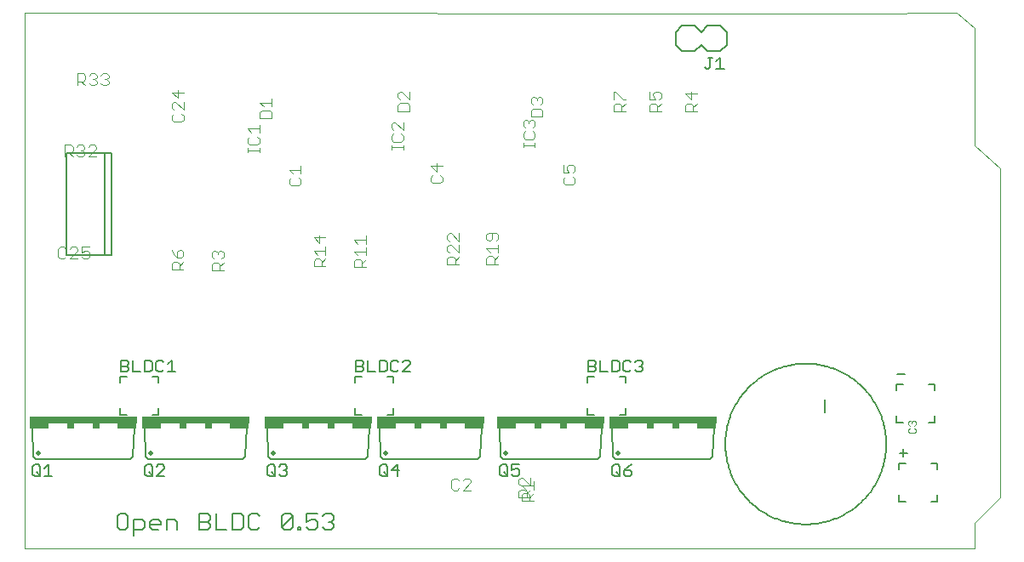
<source format=gto>
G75*
%MOIN*%
%OFA0B0*%
%FSLAX25Y25*%
%IPPOS*%
%LPD*%
%AMOC8*
5,1,8,0,0,1.08239X$1,22.5*
%
%ADD10C,0.00000*%
%ADD11C,0.00600*%
%ADD12C,0.00400*%
%ADD13C,0.00800*%
%ADD14C,0.00300*%
%ADD15C,0.00500*%
%ADD16C,0.02000*%
%ADD17R,0.42000X0.03000*%
%ADD18R,0.07500X0.02000*%
%ADD19R,0.03000X0.02000*%
D10*
X0005000Y0005000D02*
X0005000Y0215000D01*
X0330921Y0214701D01*
X0370000Y0215000D01*
X0377000Y0209000D01*
X0377000Y0163000D01*
X0387000Y0154000D01*
X0387000Y0025000D01*
X0377000Y0015000D01*
X0377000Y0005000D01*
X0005000Y0005000D01*
D11*
X0041300Y0013368D02*
X0042368Y0012300D01*
X0044503Y0012300D01*
X0045570Y0013368D01*
X0045570Y0017638D01*
X0044503Y0018705D01*
X0042368Y0018705D01*
X0041300Y0017638D01*
X0041300Y0013368D01*
X0047745Y0012300D02*
X0050948Y0012300D01*
X0052016Y0013368D01*
X0052016Y0015503D01*
X0050948Y0016570D01*
X0047745Y0016570D01*
X0047745Y0010165D01*
X0054191Y0013368D02*
X0054191Y0015503D01*
X0055259Y0016570D01*
X0057394Y0016570D01*
X0058461Y0015503D01*
X0058461Y0014435D01*
X0054191Y0014435D01*
X0054191Y0013368D02*
X0055259Y0012300D01*
X0057394Y0012300D01*
X0060636Y0012300D02*
X0060636Y0016570D01*
X0063839Y0016570D01*
X0064907Y0015503D01*
X0064907Y0012300D01*
X0073527Y0012300D02*
X0076730Y0012300D01*
X0077798Y0013368D01*
X0077798Y0014435D01*
X0076730Y0015503D01*
X0073527Y0015503D01*
X0073527Y0018705D02*
X0076730Y0018705D01*
X0077798Y0017638D01*
X0077798Y0016570D01*
X0076730Y0015503D01*
X0073527Y0012300D02*
X0073527Y0018705D01*
X0079973Y0018705D02*
X0079973Y0012300D01*
X0084243Y0012300D01*
X0086418Y0012300D02*
X0089621Y0012300D01*
X0090689Y0013368D01*
X0090689Y0017638D01*
X0089621Y0018705D01*
X0086418Y0018705D01*
X0086418Y0012300D01*
X0092864Y0013368D02*
X0093932Y0012300D01*
X0096067Y0012300D01*
X0097134Y0013368D01*
X0092864Y0013368D02*
X0092864Y0017638D01*
X0093932Y0018705D01*
X0096067Y0018705D01*
X0097134Y0017638D01*
X0105755Y0017638D02*
X0105755Y0013368D01*
X0110025Y0017638D01*
X0110025Y0013368D01*
X0108958Y0012300D01*
X0106823Y0012300D01*
X0105755Y0013368D01*
X0112200Y0013368D02*
X0112200Y0012300D01*
X0113268Y0012300D01*
X0113268Y0013368D01*
X0112200Y0013368D01*
X0115423Y0013368D02*
X0116491Y0012300D01*
X0118626Y0012300D01*
X0119694Y0013368D01*
X0119694Y0015503D01*
X0118626Y0016570D01*
X0117558Y0016570D01*
X0115423Y0015503D01*
X0115423Y0018705D01*
X0119694Y0018705D01*
X0121869Y0017638D02*
X0122936Y0018705D01*
X0125071Y0018705D01*
X0126139Y0017638D01*
X0126139Y0016570D01*
X0125071Y0015503D01*
X0126139Y0014435D01*
X0126139Y0013368D01*
X0125071Y0012300D01*
X0122936Y0012300D01*
X0121869Y0013368D01*
X0124004Y0015503D02*
X0125071Y0015503D01*
X0110025Y0017638D02*
X0108958Y0018705D01*
X0106823Y0018705D01*
X0105755Y0017638D01*
X0101500Y0040000D02*
X0100500Y0041000D01*
X0100000Y0052500D01*
X0092000Y0052500D02*
X0091500Y0041000D01*
X0090500Y0040000D01*
X0053500Y0040000D01*
X0052500Y0041000D01*
X0052000Y0052500D01*
X0048000Y0052500D02*
X0047500Y0041000D01*
X0046500Y0040000D01*
X0009500Y0040000D01*
X0008500Y0041000D01*
X0008000Y0052500D01*
X0042500Y0057500D02*
X0042500Y0060000D01*
X0042500Y0057500D02*
X0045000Y0057500D01*
X0055000Y0057500D02*
X0057500Y0057500D01*
X0057500Y0060000D01*
X0057500Y0070000D02*
X0057500Y0072500D01*
X0055000Y0072500D01*
X0045000Y0072500D02*
X0042500Y0072500D01*
X0042500Y0070000D01*
X0101500Y0040000D02*
X0138500Y0040000D01*
X0139500Y0041000D01*
X0140000Y0052500D01*
X0144000Y0052500D02*
X0144500Y0041000D01*
X0145500Y0040000D01*
X0182500Y0040000D01*
X0183500Y0041000D01*
X0184000Y0052500D01*
X0191000Y0052500D02*
X0191500Y0041000D01*
X0192500Y0040000D01*
X0229500Y0040000D01*
X0230500Y0041000D01*
X0231000Y0052500D01*
X0235000Y0052500D02*
X0235500Y0041000D01*
X0236500Y0040000D01*
X0273500Y0040000D01*
X0274500Y0041000D01*
X0275000Y0052500D01*
X0240500Y0057500D02*
X0238000Y0057500D01*
X0240500Y0057500D02*
X0240500Y0060000D01*
X0228000Y0057500D02*
X0225500Y0057500D01*
X0225500Y0060000D01*
X0225500Y0070000D02*
X0225500Y0072500D01*
X0228000Y0072500D01*
X0238000Y0072500D02*
X0240500Y0072500D01*
X0240500Y0070000D01*
X0149500Y0070000D02*
X0149500Y0072500D01*
X0147000Y0072500D01*
X0137000Y0072500D02*
X0134500Y0072500D01*
X0134500Y0070000D01*
X0134500Y0060000D02*
X0134500Y0057500D01*
X0137000Y0057500D01*
X0147000Y0057500D02*
X0149500Y0057500D01*
X0149500Y0060000D01*
X0346500Y0057000D02*
X0346500Y0054500D01*
X0349000Y0054500D01*
X0359000Y0054500D02*
X0361500Y0054500D01*
X0361500Y0057000D01*
X0361500Y0067000D02*
X0361500Y0069500D01*
X0359000Y0069500D01*
X0349000Y0069500D02*
X0346500Y0069500D01*
X0346500Y0067000D01*
X0347500Y0038500D02*
X0350000Y0038500D01*
X0347500Y0038500D02*
X0347500Y0036000D01*
X0360000Y0038500D02*
X0362500Y0038500D01*
X0362500Y0036000D01*
X0362500Y0026000D02*
X0362500Y0023500D01*
X0360000Y0023500D01*
X0350000Y0023500D02*
X0347500Y0023500D01*
X0347500Y0026000D01*
D12*
X0204402Y0026706D02*
X0202868Y0025172D01*
X0203198Y0025138D02*
X0198594Y0025138D01*
X0198594Y0027440D01*
X0199361Y0028207D01*
X0200896Y0028207D01*
X0201663Y0027440D01*
X0201663Y0025138D01*
X0202868Y0025939D02*
X0202100Y0026706D01*
X0200566Y0026706D01*
X0199798Y0025939D01*
X0199798Y0023637D01*
X0204402Y0023637D01*
X0202868Y0023637D02*
X0202868Y0025939D01*
X0201663Y0026672D02*
X0203198Y0028207D01*
X0204402Y0028241D02*
X0204402Y0031310D01*
X0204402Y0029776D02*
X0199798Y0029776D01*
X0201333Y0028241D01*
X0203198Y0029742D02*
X0200128Y0032811D01*
X0199361Y0032811D01*
X0198594Y0032044D01*
X0198594Y0030509D01*
X0199361Y0029742D01*
X0203198Y0029742D02*
X0203198Y0032811D01*
X0179857Y0031686D02*
X0179090Y0032454D01*
X0177555Y0032454D01*
X0176788Y0031686D01*
X0175254Y0031686D02*
X0174486Y0032454D01*
X0172952Y0032454D01*
X0172184Y0031686D01*
X0172184Y0028617D01*
X0172952Y0027850D01*
X0174486Y0027850D01*
X0175254Y0028617D01*
X0176788Y0027850D02*
X0179857Y0030919D01*
X0179857Y0031686D01*
X0179857Y0027850D02*
X0176788Y0027850D01*
X0082977Y0114133D02*
X0078373Y0114133D01*
X0078373Y0116435D01*
X0079141Y0117202D01*
X0080675Y0117202D01*
X0081443Y0116435D01*
X0081443Y0114133D01*
X0081443Y0115668D02*
X0082977Y0117202D01*
X0082210Y0118737D02*
X0082977Y0119504D01*
X0082977Y0121039D01*
X0082210Y0121806D01*
X0081443Y0121806D01*
X0080675Y0121039D01*
X0080675Y0120272D01*
X0080675Y0121039D02*
X0079908Y0121806D01*
X0079141Y0121806D01*
X0078373Y0121039D01*
X0078373Y0119504D01*
X0079141Y0118737D01*
X0067229Y0119741D02*
X0066462Y0118973D01*
X0064927Y0118973D01*
X0064927Y0121275D01*
X0065695Y0122042D01*
X0066462Y0122042D01*
X0067229Y0121275D01*
X0067229Y0119741D01*
X0067229Y0117439D02*
X0065695Y0115904D01*
X0065695Y0116671D02*
X0065695Y0114369D01*
X0067229Y0114369D02*
X0062625Y0114369D01*
X0062625Y0116671D01*
X0063393Y0117439D01*
X0064927Y0117439D01*
X0065695Y0116671D01*
X0064927Y0118973D02*
X0063393Y0120508D01*
X0062625Y0122042D01*
X0030477Y0121002D02*
X0030477Y0119467D01*
X0029710Y0118700D01*
X0028175Y0118700D01*
X0027408Y0119467D01*
X0027408Y0121002D02*
X0028942Y0121769D01*
X0029710Y0121769D01*
X0030477Y0121002D01*
X0030477Y0123304D02*
X0027408Y0123304D01*
X0027408Y0121002D01*
X0025873Y0121769D02*
X0025873Y0122537D01*
X0025106Y0123304D01*
X0023571Y0123304D01*
X0022804Y0122537D01*
X0021269Y0122537D02*
X0020502Y0123304D01*
X0018967Y0123304D01*
X0018200Y0122537D01*
X0018200Y0119467D01*
X0018967Y0118700D01*
X0020502Y0118700D01*
X0021269Y0119467D01*
X0022804Y0118700D02*
X0025873Y0121769D01*
X0025873Y0118700D02*
X0022804Y0118700D01*
X0023957Y0158700D02*
X0022423Y0160235D01*
X0023190Y0160235D02*
X0020888Y0160235D01*
X0020888Y0158700D02*
X0020888Y0163304D01*
X0023190Y0163304D01*
X0023957Y0162537D01*
X0023957Y0161002D01*
X0023190Y0160235D01*
X0025492Y0159467D02*
X0026259Y0158700D01*
X0027794Y0158700D01*
X0028561Y0159467D01*
X0028561Y0160235D01*
X0027794Y0161002D01*
X0027027Y0161002D01*
X0027794Y0161002D02*
X0028561Y0161769D01*
X0028561Y0162537D01*
X0027794Y0163304D01*
X0026259Y0163304D01*
X0025492Y0162537D01*
X0030096Y0162537D02*
X0030863Y0163304D01*
X0032398Y0163304D01*
X0033165Y0162537D01*
X0033165Y0161769D01*
X0030096Y0158700D01*
X0033165Y0158700D01*
X0062696Y0173156D02*
X0063463Y0172388D01*
X0066533Y0172388D01*
X0067300Y0173156D01*
X0067300Y0174690D01*
X0066533Y0175457D01*
X0067300Y0176992D02*
X0064231Y0180061D01*
X0063463Y0180061D01*
X0062696Y0179294D01*
X0062696Y0177759D01*
X0063463Y0176992D01*
X0063463Y0175457D02*
X0062696Y0174690D01*
X0062696Y0173156D01*
X0067300Y0176992D02*
X0067300Y0180061D01*
X0064998Y0181596D02*
X0062696Y0183898D01*
X0067300Y0183898D01*
X0064998Y0184665D02*
X0064998Y0181596D01*
X0037977Y0187467D02*
X0037210Y0186700D01*
X0035675Y0186700D01*
X0034908Y0187467D01*
X0033373Y0187467D02*
X0032606Y0186700D01*
X0031071Y0186700D01*
X0030304Y0187467D01*
X0028769Y0186700D02*
X0027235Y0188235D01*
X0028002Y0188235D02*
X0025700Y0188235D01*
X0025700Y0186700D02*
X0025700Y0191304D01*
X0028002Y0191304D01*
X0028769Y0190537D01*
X0028769Y0189002D01*
X0028002Y0188235D01*
X0030304Y0190537D02*
X0031071Y0191304D01*
X0032606Y0191304D01*
X0033373Y0190537D01*
X0033373Y0189769D01*
X0032606Y0189002D01*
X0033373Y0188235D01*
X0033373Y0187467D01*
X0032606Y0189002D02*
X0031839Y0189002D01*
X0034908Y0190537D02*
X0035675Y0191304D01*
X0037210Y0191304D01*
X0037977Y0190537D01*
X0037977Y0189769D01*
X0037210Y0189002D01*
X0037977Y0188235D01*
X0037977Y0187467D01*
X0037210Y0189002D02*
X0036442Y0189002D01*
X0092381Y0169615D02*
X0096985Y0169615D01*
X0096985Y0168080D02*
X0096985Y0171150D01*
X0093916Y0168080D02*
X0092381Y0169615D01*
X0093148Y0166546D02*
X0092381Y0165778D01*
X0092381Y0164244D01*
X0093148Y0163476D01*
X0096218Y0163476D01*
X0096985Y0164244D01*
X0096985Y0165778D01*
X0096218Y0166546D01*
X0096985Y0161942D02*
X0096985Y0160407D01*
X0096985Y0161174D02*
X0092381Y0161174D01*
X0092381Y0160407D02*
X0092381Y0161942D01*
X0108633Y0153454D02*
X0113237Y0153454D01*
X0113237Y0154988D02*
X0113237Y0151919D01*
X0112470Y0150384D02*
X0113237Y0149617D01*
X0113237Y0148082D01*
X0112470Y0147315D01*
X0109400Y0147315D01*
X0108633Y0148082D01*
X0108633Y0149617D01*
X0109400Y0150384D01*
X0110168Y0151919D02*
X0108633Y0153454D01*
X0101863Y0173680D02*
X0097259Y0173680D01*
X0097259Y0175982D01*
X0098026Y0176750D01*
X0101096Y0176750D01*
X0101863Y0175982D01*
X0101863Y0173680D01*
X0101863Y0178284D02*
X0101863Y0181354D01*
X0101863Y0179819D02*
X0097259Y0179819D01*
X0098794Y0178284D01*
X0148696Y0171461D02*
X0148696Y0169926D01*
X0149463Y0169159D01*
X0149463Y0167624D02*
X0148696Y0166857D01*
X0148696Y0165322D01*
X0149463Y0164555D01*
X0152533Y0164555D01*
X0153300Y0165322D01*
X0153300Y0166857D01*
X0152533Y0167624D01*
X0153300Y0169159D02*
X0150231Y0172228D01*
X0149463Y0172228D01*
X0148696Y0171461D01*
X0153300Y0172228D02*
X0153300Y0169159D01*
X0153300Y0163020D02*
X0153300Y0161486D01*
X0153300Y0162253D02*
X0148696Y0162253D01*
X0148696Y0161486D02*
X0148696Y0163020D01*
X0164082Y0155181D02*
X0166384Y0152880D01*
X0166384Y0155949D01*
X0168686Y0155181D02*
X0164082Y0155181D01*
X0164849Y0151345D02*
X0164082Y0150578D01*
X0164082Y0149043D01*
X0164849Y0148276D01*
X0167919Y0148276D01*
X0168686Y0149043D01*
X0168686Y0150578D01*
X0167919Y0151345D01*
X0200302Y0162446D02*
X0200302Y0163981D01*
X0200302Y0163214D02*
X0204906Y0163214D01*
X0204906Y0163981D02*
X0204906Y0162446D01*
X0204139Y0165516D02*
X0201070Y0165516D01*
X0200302Y0166283D01*
X0200302Y0167818D01*
X0201070Y0168585D01*
X0201070Y0170120D02*
X0200302Y0170887D01*
X0200302Y0172422D01*
X0201070Y0173189D01*
X0201837Y0173189D01*
X0202604Y0172422D01*
X0203372Y0173189D01*
X0204139Y0173189D01*
X0204906Y0172422D01*
X0204906Y0170887D01*
X0204139Y0170120D01*
X0204139Y0168585D02*
X0204906Y0167818D01*
X0204906Y0166283D01*
X0204139Y0165516D01*
X0202604Y0171654D02*
X0202604Y0172422D01*
X0203322Y0174491D02*
X0203322Y0176793D01*
X0204089Y0177561D01*
X0207159Y0177561D01*
X0207926Y0176793D01*
X0207926Y0174491D01*
X0203322Y0174491D01*
X0204089Y0179095D02*
X0203322Y0179863D01*
X0203322Y0181397D01*
X0204089Y0182165D01*
X0204857Y0182165D01*
X0205624Y0181397D01*
X0206391Y0182165D01*
X0207159Y0182165D01*
X0207926Y0181397D01*
X0207926Y0179863D01*
X0207159Y0179095D01*
X0205624Y0180630D02*
X0205624Y0181397D01*
X0235696Y0181096D02*
X0235696Y0184165D01*
X0236463Y0184165D01*
X0239533Y0181096D01*
X0240300Y0181096D01*
X0240300Y0179561D02*
X0238765Y0178027D01*
X0238765Y0178794D02*
X0238765Y0176492D01*
X0240300Y0176492D02*
X0235696Y0176492D01*
X0235696Y0178794D01*
X0236463Y0179561D01*
X0237998Y0179561D01*
X0238765Y0178794D01*
X0249696Y0178794D02*
X0249696Y0176492D01*
X0254300Y0176492D01*
X0252765Y0176492D02*
X0252765Y0178794D01*
X0251998Y0179561D01*
X0250463Y0179561D01*
X0249696Y0178794D01*
X0249696Y0181096D02*
X0251998Y0181096D01*
X0251231Y0182631D01*
X0251231Y0183398D01*
X0251998Y0184165D01*
X0253533Y0184165D01*
X0254300Y0183398D01*
X0254300Y0181863D01*
X0253533Y0181096D01*
X0254300Y0179561D02*
X0252765Y0178027D01*
X0249696Y0181096D02*
X0249696Y0184165D01*
X0263696Y0183398D02*
X0265998Y0181096D01*
X0265998Y0184165D01*
X0268300Y0183398D02*
X0263696Y0183398D01*
X0264463Y0179561D02*
X0263696Y0178794D01*
X0263696Y0176492D01*
X0268300Y0176492D01*
X0266765Y0176492D02*
X0266765Y0178794D01*
X0265998Y0179561D01*
X0264463Y0179561D01*
X0266765Y0178027D02*
X0268300Y0179561D01*
X0220568Y0154622D02*
X0220568Y0153088D01*
X0219800Y0152320D01*
X0219800Y0150786D02*
X0220568Y0150019D01*
X0220568Y0148484D01*
X0219800Y0147717D01*
X0216731Y0147717D01*
X0215964Y0148484D01*
X0215964Y0150019D01*
X0216731Y0150786D01*
X0215964Y0152320D02*
X0218266Y0152320D01*
X0217498Y0153855D01*
X0217498Y0154622D01*
X0218266Y0155390D01*
X0219800Y0155390D01*
X0220568Y0154622D01*
X0215964Y0155390D02*
X0215964Y0152320D01*
X0190544Y0128037D02*
X0189777Y0128804D01*
X0186707Y0128804D01*
X0185940Y0128037D01*
X0185940Y0126502D01*
X0186707Y0125735D01*
X0187475Y0125735D01*
X0188242Y0126502D01*
X0188242Y0128804D01*
X0190544Y0128037D02*
X0190544Y0126502D01*
X0189777Y0125735D01*
X0190544Y0124200D02*
X0190544Y0121131D01*
X0190544Y0122665D02*
X0185940Y0122665D01*
X0187475Y0121131D01*
X0188242Y0119596D02*
X0189009Y0118829D01*
X0189009Y0116527D01*
X0189009Y0118061D02*
X0190544Y0119596D01*
X0188242Y0119596D02*
X0186707Y0119596D01*
X0185940Y0118829D01*
X0185940Y0116527D01*
X0190544Y0116527D01*
X0175190Y0116369D02*
X0170586Y0116369D01*
X0170586Y0118671D01*
X0171353Y0119439D01*
X0172888Y0119439D01*
X0173655Y0118671D01*
X0173655Y0116369D01*
X0173655Y0117904D02*
X0175190Y0119439D01*
X0175190Y0120973D02*
X0172120Y0124042D01*
X0171353Y0124042D01*
X0170586Y0123275D01*
X0170586Y0121741D01*
X0171353Y0120973D01*
X0175190Y0120973D02*
X0175190Y0124042D01*
X0175190Y0125577D02*
X0172120Y0128646D01*
X0171353Y0128646D01*
X0170586Y0127879D01*
X0170586Y0126344D01*
X0171353Y0125577D01*
X0175190Y0125577D02*
X0175190Y0128646D01*
X0138662Y0127646D02*
X0138662Y0124577D01*
X0138662Y0123042D02*
X0138662Y0119973D01*
X0138662Y0118439D02*
X0137128Y0116904D01*
X0137128Y0117671D02*
X0137128Y0115369D01*
X0138662Y0115369D02*
X0134058Y0115369D01*
X0134058Y0117671D01*
X0134826Y0118439D01*
X0136360Y0118439D01*
X0137128Y0117671D01*
X0135593Y0119973D02*
X0134058Y0121508D01*
X0138662Y0121508D01*
X0135593Y0124577D02*
X0134058Y0126112D01*
X0138662Y0126112D01*
X0122914Y0127115D02*
X0118310Y0127115D01*
X0120612Y0124813D01*
X0120612Y0127883D01*
X0122914Y0123279D02*
X0122914Y0120209D01*
X0122914Y0118675D02*
X0121380Y0117140D01*
X0121380Y0117907D02*
X0121380Y0115606D01*
X0122914Y0115606D02*
X0118310Y0115606D01*
X0118310Y0117907D01*
X0119078Y0118675D01*
X0120612Y0118675D01*
X0121380Y0117907D01*
X0119845Y0120209D02*
X0118310Y0121744D01*
X0122914Y0121744D01*
X0151259Y0176554D02*
X0151259Y0178856D01*
X0152026Y0179624D01*
X0155096Y0179624D01*
X0155863Y0178856D01*
X0155863Y0176554D01*
X0151259Y0176554D01*
X0152026Y0181158D02*
X0151259Y0181926D01*
X0151259Y0183460D01*
X0152026Y0184228D01*
X0152794Y0184228D01*
X0155863Y0181158D01*
X0155863Y0184228D01*
D13*
X0260000Y0202500D02*
X0260000Y0207500D01*
X0262500Y0210000D01*
X0267500Y0210000D01*
X0270000Y0207500D01*
X0272500Y0210000D01*
X0277500Y0210000D01*
X0280000Y0207500D01*
X0280000Y0202500D01*
X0277500Y0200000D01*
X0272500Y0200000D01*
X0270000Y0202500D01*
X0267500Y0200000D01*
X0262500Y0200000D01*
X0260000Y0202500D01*
X0039000Y0160000D02*
X0039000Y0120000D01*
X0036500Y0120000D01*
X0036500Y0160000D01*
X0039000Y0160000D01*
X0036500Y0160000D02*
X0021500Y0160000D01*
X0021500Y0120000D01*
X0036500Y0120000D01*
X0279500Y0046000D02*
X0279509Y0046773D01*
X0279538Y0047546D01*
X0279585Y0048317D01*
X0279652Y0049088D01*
X0279737Y0049856D01*
X0279841Y0050622D01*
X0279964Y0051385D01*
X0280105Y0052145D01*
X0280265Y0052902D01*
X0280444Y0053654D01*
X0280641Y0054401D01*
X0280856Y0055144D01*
X0281090Y0055881D01*
X0281341Y0056612D01*
X0281611Y0057337D01*
X0281898Y0058055D01*
X0282202Y0058765D01*
X0282524Y0059468D01*
X0282863Y0060163D01*
X0283219Y0060849D01*
X0283592Y0061526D01*
X0283982Y0062194D01*
X0284387Y0062852D01*
X0284809Y0063500D01*
X0285246Y0064138D01*
X0285699Y0064765D01*
X0286167Y0065380D01*
X0286650Y0065983D01*
X0287148Y0066575D01*
X0287660Y0067154D01*
X0288186Y0067721D01*
X0288726Y0068274D01*
X0289279Y0068814D01*
X0289846Y0069340D01*
X0290425Y0069852D01*
X0291017Y0070350D01*
X0291620Y0070833D01*
X0292235Y0071301D01*
X0292862Y0071754D01*
X0293500Y0072191D01*
X0294148Y0072613D01*
X0294806Y0073018D01*
X0295474Y0073408D01*
X0296151Y0073781D01*
X0296837Y0074137D01*
X0297532Y0074476D01*
X0298235Y0074798D01*
X0298945Y0075102D01*
X0299663Y0075389D01*
X0300388Y0075659D01*
X0301119Y0075910D01*
X0301856Y0076144D01*
X0302599Y0076359D01*
X0303346Y0076556D01*
X0304098Y0076735D01*
X0304855Y0076895D01*
X0305615Y0077036D01*
X0306378Y0077159D01*
X0307144Y0077263D01*
X0307912Y0077348D01*
X0308683Y0077415D01*
X0309454Y0077462D01*
X0310227Y0077491D01*
X0311000Y0077500D01*
X0311773Y0077491D01*
X0312546Y0077462D01*
X0313317Y0077415D01*
X0314088Y0077348D01*
X0314856Y0077263D01*
X0315622Y0077159D01*
X0316385Y0077036D01*
X0317145Y0076895D01*
X0317902Y0076735D01*
X0318654Y0076556D01*
X0319401Y0076359D01*
X0320144Y0076144D01*
X0320881Y0075910D01*
X0321612Y0075659D01*
X0322337Y0075389D01*
X0323055Y0075102D01*
X0323765Y0074798D01*
X0324468Y0074476D01*
X0325163Y0074137D01*
X0325849Y0073781D01*
X0326526Y0073408D01*
X0327194Y0073018D01*
X0327852Y0072613D01*
X0328500Y0072191D01*
X0329138Y0071754D01*
X0329765Y0071301D01*
X0330380Y0070833D01*
X0330983Y0070350D01*
X0331575Y0069852D01*
X0332154Y0069340D01*
X0332721Y0068814D01*
X0333274Y0068274D01*
X0333814Y0067721D01*
X0334340Y0067154D01*
X0334852Y0066575D01*
X0335350Y0065983D01*
X0335833Y0065380D01*
X0336301Y0064765D01*
X0336754Y0064138D01*
X0337191Y0063500D01*
X0337613Y0062852D01*
X0338018Y0062194D01*
X0338408Y0061526D01*
X0338781Y0060849D01*
X0339137Y0060163D01*
X0339476Y0059468D01*
X0339798Y0058765D01*
X0340102Y0058055D01*
X0340389Y0057337D01*
X0340659Y0056612D01*
X0340910Y0055881D01*
X0341144Y0055144D01*
X0341359Y0054401D01*
X0341556Y0053654D01*
X0341735Y0052902D01*
X0341895Y0052145D01*
X0342036Y0051385D01*
X0342159Y0050622D01*
X0342263Y0049856D01*
X0342348Y0049088D01*
X0342415Y0048317D01*
X0342462Y0047546D01*
X0342491Y0046773D01*
X0342500Y0046000D01*
X0342491Y0045227D01*
X0342462Y0044454D01*
X0342415Y0043683D01*
X0342348Y0042912D01*
X0342263Y0042144D01*
X0342159Y0041378D01*
X0342036Y0040615D01*
X0341895Y0039855D01*
X0341735Y0039098D01*
X0341556Y0038346D01*
X0341359Y0037599D01*
X0341144Y0036856D01*
X0340910Y0036119D01*
X0340659Y0035388D01*
X0340389Y0034663D01*
X0340102Y0033945D01*
X0339798Y0033235D01*
X0339476Y0032532D01*
X0339137Y0031837D01*
X0338781Y0031151D01*
X0338408Y0030474D01*
X0338018Y0029806D01*
X0337613Y0029148D01*
X0337191Y0028500D01*
X0336754Y0027862D01*
X0336301Y0027235D01*
X0335833Y0026620D01*
X0335350Y0026017D01*
X0334852Y0025425D01*
X0334340Y0024846D01*
X0333814Y0024279D01*
X0333274Y0023726D01*
X0332721Y0023186D01*
X0332154Y0022660D01*
X0331575Y0022148D01*
X0330983Y0021650D01*
X0330380Y0021167D01*
X0329765Y0020699D01*
X0329138Y0020246D01*
X0328500Y0019809D01*
X0327852Y0019387D01*
X0327194Y0018982D01*
X0326526Y0018592D01*
X0325849Y0018219D01*
X0325163Y0017863D01*
X0324468Y0017524D01*
X0323765Y0017202D01*
X0323055Y0016898D01*
X0322337Y0016611D01*
X0321612Y0016341D01*
X0320881Y0016090D01*
X0320144Y0015856D01*
X0319401Y0015641D01*
X0318654Y0015444D01*
X0317902Y0015265D01*
X0317145Y0015105D01*
X0316385Y0014964D01*
X0315622Y0014841D01*
X0314856Y0014737D01*
X0314088Y0014652D01*
X0313317Y0014585D01*
X0312546Y0014538D01*
X0311773Y0014509D01*
X0311000Y0014500D01*
X0310227Y0014509D01*
X0309454Y0014538D01*
X0308683Y0014585D01*
X0307912Y0014652D01*
X0307144Y0014737D01*
X0306378Y0014841D01*
X0305615Y0014964D01*
X0304855Y0015105D01*
X0304098Y0015265D01*
X0303346Y0015444D01*
X0302599Y0015641D01*
X0301856Y0015856D01*
X0301119Y0016090D01*
X0300388Y0016341D01*
X0299663Y0016611D01*
X0298945Y0016898D01*
X0298235Y0017202D01*
X0297532Y0017524D01*
X0296837Y0017863D01*
X0296151Y0018219D01*
X0295474Y0018592D01*
X0294806Y0018982D01*
X0294148Y0019387D01*
X0293500Y0019809D01*
X0292862Y0020246D01*
X0292235Y0020699D01*
X0291620Y0021167D01*
X0291017Y0021650D01*
X0290425Y0022148D01*
X0289846Y0022660D01*
X0289279Y0023186D01*
X0288726Y0023726D01*
X0288186Y0024279D01*
X0287660Y0024846D01*
X0287148Y0025425D01*
X0286650Y0026017D01*
X0286167Y0026620D01*
X0285699Y0027235D01*
X0285246Y0027862D01*
X0284809Y0028500D01*
X0284387Y0029148D01*
X0283982Y0029806D01*
X0283592Y0030474D01*
X0283219Y0031151D01*
X0282863Y0031837D01*
X0282524Y0032532D01*
X0282202Y0033235D01*
X0281898Y0033945D01*
X0281611Y0034663D01*
X0281341Y0035388D01*
X0281090Y0036119D01*
X0280856Y0036856D01*
X0280641Y0037599D01*
X0280444Y0038346D01*
X0280265Y0039098D01*
X0280105Y0039855D01*
X0279964Y0040615D01*
X0279841Y0041378D01*
X0279737Y0042144D01*
X0279652Y0042912D01*
X0279585Y0043683D01*
X0279538Y0044454D01*
X0279509Y0045227D01*
X0279500Y0046000D01*
X0318500Y0058500D02*
X0318500Y0063500D01*
D14*
X0351148Y0054655D02*
X0351148Y0053687D01*
X0351631Y0053203D01*
X0351631Y0052192D02*
X0351148Y0051708D01*
X0351148Y0050741D01*
X0351631Y0050257D01*
X0353566Y0050257D01*
X0354050Y0050741D01*
X0354050Y0051708D01*
X0353566Y0052192D01*
X0353566Y0053203D02*
X0354050Y0053687D01*
X0354050Y0054655D01*
X0353566Y0055138D01*
X0353083Y0055138D01*
X0352599Y0054655D01*
X0352599Y0054171D01*
X0352599Y0054655D02*
X0352115Y0055138D01*
X0351631Y0055138D01*
X0351148Y0054655D01*
D15*
X0349251Y0044003D02*
X0349251Y0041001D01*
X0347750Y0042502D02*
X0350753Y0042502D01*
X0349753Y0073502D02*
X0346750Y0073502D01*
X0247168Y0075001D02*
X0246418Y0074250D01*
X0244916Y0074250D01*
X0244166Y0075001D01*
X0242564Y0075001D02*
X0241814Y0074250D01*
X0240312Y0074250D01*
X0239562Y0075001D01*
X0239562Y0078003D01*
X0240312Y0078754D01*
X0241814Y0078754D01*
X0242564Y0078003D01*
X0244166Y0078003D02*
X0244916Y0078754D01*
X0246418Y0078754D01*
X0247168Y0078003D01*
X0247168Y0077253D01*
X0246418Y0076502D01*
X0247168Y0075751D01*
X0247168Y0075001D01*
X0246418Y0076502D02*
X0245667Y0076502D01*
X0237960Y0075001D02*
X0237960Y0078003D01*
X0237210Y0078754D01*
X0234958Y0078754D01*
X0234958Y0074250D01*
X0237210Y0074250D01*
X0237960Y0075001D01*
X0233356Y0074250D02*
X0230354Y0074250D01*
X0230354Y0078754D01*
X0228753Y0078003D02*
X0228753Y0077253D01*
X0228002Y0076502D01*
X0225750Y0076502D01*
X0225750Y0074250D02*
X0225750Y0078754D01*
X0228002Y0078754D01*
X0228753Y0078003D01*
X0228002Y0076502D02*
X0228753Y0075751D01*
X0228753Y0075001D01*
X0228002Y0074250D01*
X0225750Y0074250D01*
X0236001Y0037954D02*
X0237502Y0037954D01*
X0238253Y0037203D01*
X0238253Y0034201D01*
X0237502Y0033450D01*
X0236001Y0033450D01*
X0235250Y0034201D01*
X0235250Y0037203D01*
X0236001Y0037954D01*
X0236751Y0034951D02*
X0238253Y0033450D01*
X0239854Y0034201D02*
X0240605Y0033450D01*
X0242106Y0033450D01*
X0242856Y0034201D01*
X0242856Y0034951D01*
X0242106Y0035702D01*
X0239854Y0035702D01*
X0239854Y0034201D01*
X0239854Y0035702D02*
X0241355Y0037203D01*
X0242856Y0037954D01*
X0198856Y0037954D02*
X0195854Y0037954D01*
X0195854Y0035702D01*
X0197355Y0036453D01*
X0198106Y0036453D01*
X0198856Y0035702D01*
X0198856Y0034201D01*
X0198106Y0033450D01*
X0196605Y0033450D01*
X0195854Y0034201D01*
X0194253Y0034201D02*
X0193502Y0033450D01*
X0192001Y0033450D01*
X0191250Y0034201D01*
X0191250Y0037203D01*
X0192001Y0037954D01*
X0193502Y0037954D01*
X0194253Y0037203D01*
X0194253Y0034201D01*
X0194253Y0033450D02*
X0192751Y0034951D01*
X0151856Y0035702D02*
X0148854Y0035702D01*
X0151106Y0037954D01*
X0151106Y0033450D01*
X0147253Y0033450D02*
X0145751Y0034951D01*
X0145001Y0033450D02*
X0144250Y0034201D01*
X0144250Y0037203D01*
X0145001Y0037954D01*
X0146502Y0037954D01*
X0147253Y0037203D01*
X0147253Y0034201D01*
X0146502Y0033450D01*
X0145001Y0033450D01*
X0107856Y0034201D02*
X0107106Y0033450D01*
X0105605Y0033450D01*
X0104854Y0034201D01*
X0103253Y0034201D02*
X0102502Y0033450D01*
X0101001Y0033450D01*
X0100250Y0034201D01*
X0100250Y0037203D01*
X0101001Y0037954D01*
X0102502Y0037954D01*
X0103253Y0037203D01*
X0103253Y0034201D01*
X0103253Y0033450D02*
X0101751Y0034951D01*
X0104854Y0037203D02*
X0105605Y0037954D01*
X0107106Y0037954D01*
X0107856Y0037203D01*
X0107856Y0036453D01*
X0107106Y0035702D01*
X0107856Y0034951D01*
X0107856Y0034201D01*
X0107106Y0035702D02*
X0106355Y0035702D01*
X0059856Y0036453D02*
X0059856Y0037203D01*
X0059106Y0037954D01*
X0057605Y0037954D01*
X0056854Y0037203D01*
X0055253Y0037203D02*
X0055253Y0034201D01*
X0054502Y0033450D01*
X0053001Y0033450D01*
X0052250Y0034201D01*
X0052250Y0037203D01*
X0053001Y0037954D01*
X0054502Y0037954D01*
X0055253Y0037203D01*
X0053751Y0034951D02*
X0055253Y0033450D01*
X0056854Y0033450D02*
X0059856Y0036453D01*
X0059856Y0033450D02*
X0056854Y0033450D01*
X0015856Y0033450D02*
X0012854Y0033450D01*
X0014355Y0033450D02*
X0014355Y0037954D01*
X0012854Y0036453D01*
X0011253Y0037203D02*
X0011253Y0034201D01*
X0010502Y0033450D01*
X0009001Y0033450D01*
X0008250Y0034201D01*
X0008250Y0037203D01*
X0009001Y0037954D01*
X0010502Y0037954D01*
X0011253Y0037203D01*
X0009751Y0034951D02*
X0011253Y0033450D01*
X0042750Y0074250D02*
X0045002Y0074250D01*
X0045753Y0075001D01*
X0045753Y0075751D01*
X0045002Y0076502D01*
X0042750Y0076502D01*
X0042750Y0074250D02*
X0042750Y0078754D01*
X0045002Y0078754D01*
X0045753Y0078003D01*
X0045753Y0077253D01*
X0045002Y0076502D01*
X0047354Y0078754D02*
X0047354Y0074250D01*
X0050356Y0074250D01*
X0051958Y0074250D02*
X0054210Y0074250D01*
X0054960Y0075001D01*
X0054960Y0078003D01*
X0054210Y0078754D01*
X0051958Y0078754D01*
X0051958Y0074250D01*
X0056562Y0075001D02*
X0056562Y0078003D01*
X0057312Y0078754D01*
X0058814Y0078754D01*
X0059564Y0078003D01*
X0061166Y0077253D02*
X0062667Y0078754D01*
X0062667Y0074250D01*
X0061166Y0074250D02*
X0064168Y0074250D01*
X0059564Y0075001D02*
X0058814Y0074250D01*
X0057312Y0074250D01*
X0056562Y0075001D01*
X0134750Y0074250D02*
X0137002Y0074250D01*
X0137753Y0075001D01*
X0137753Y0075751D01*
X0137002Y0076502D01*
X0134750Y0076502D01*
X0134750Y0074250D02*
X0134750Y0078754D01*
X0137002Y0078754D01*
X0137753Y0078003D01*
X0137753Y0077253D01*
X0137002Y0076502D01*
X0139354Y0078754D02*
X0139354Y0074250D01*
X0142356Y0074250D01*
X0143958Y0074250D02*
X0146210Y0074250D01*
X0146960Y0075001D01*
X0146960Y0078003D01*
X0146210Y0078754D01*
X0143958Y0078754D01*
X0143958Y0074250D01*
X0148562Y0075001D02*
X0148562Y0078003D01*
X0149312Y0078754D01*
X0150814Y0078754D01*
X0151564Y0078003D01*
X0153166Y0078003D02*
X0153916Y0078754D01*
X0155418Y0078754D01*
X0156168Y0078003D01*
X0156168Y0077253D01*
X0153166Y0074250D01*
X0156168Y0074250D01*
X0151564Y0075001D02*
X0150814Y0074250D01*
X0149312Y0074250D01*
X0148562Y0075001D01*
X0271342Y0193801D02*
X0272093Y0193050D01*
X0272843Y0193050D01*
X0273594Y0193801D01*
X0273594Y0197554D01*
X0272843Y0197554D02*
X0274345Y0197554D01*
X0275946Y0196053D02*
X0277447Y0197554D01*
X0277447Y0193050D01*
X0275946Y0193050D02*
X0278949Y0193050D01*
D16*
X0237300Y0042400D03*
X0193300Y0042400D03*
X0146300Y0042400D03*
X0102300Y0042400D03*
X0054300Y0042400D03*
X0010300Y0042400D03*
D17*
X0028000Y0055500D03*
X0072000Y0055500D03*
X0120000Y0055500D03*
X0164000Y0055500D03*
X0211000Y0055500D03*
X0255000Y0055500D03*
D18*
X0237750Y0053000D03*
X0228250Y0053000D03*
X0193750Y0053000D03*
X0181250Y0053000D03*
X0146750Y0053000D03*
X0137250Y0053000D03*
X0102750Y0053000D03*
X0089250Y0053000D03*
X0054750Y0053000D03*
X0045250Y0053000D03*
X0010750Y0053000D03*
X0272250Y0053000D03*
D19*
X0260000Y0053000D03*
X0250000Y0053000D03*
X0216000Y0053000D03*
X0206000Y0053000D03*
X0169000Y0053000D03*
X0159000Y0053000D03*
X0125000Y0053000D03*
X0115000Y0053000D03*
X0077000Y0053000D03*
X0067000Y0053000D03*
X0033000Y0053000D03*
X0023000Y0053000D03*
M02*

</source>
